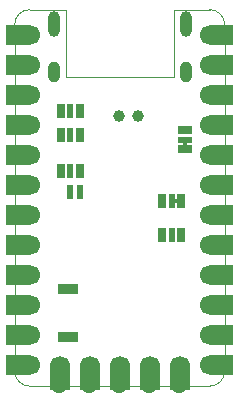
<source format=gbs>
G04 #@! TF.GenerationSoftware,KiCad,Pcbnew,8.0.0*
G04 #@! TF.CreationDate,2024-04-25T20:32:51+07:00*
G04 #@! TF.ProjectId,artemisia,61727465-6d69-4736-9961-2e6b69636164,2*
G04 #@! TF.SameCoordinates,Original*
G04 #@! TF.FileFunction,Soldermask,Bot*
G04 #@! TF.FilePolarity,Negative*
%FSLAX46Y46*%
G04 Gerber Fmt 4.6, Leading zero omitted, Abs format (unit mm)*
G04 Created by KiCad (PCBNEW 8.0.0) date 2024-04-25 20:32:51*
%MOMM*%
%LPD*%
G01*
G04 APERTURE LIST*
G04 Aperture macros list*
%AMFreePoly0*
4,1,5,0.300000,-0.600000,-0.300000,-0.600000,-0.300000,0.600000,0.300000,0.600000,0.300000,-0.600000,0.300000,-0.600000,$1*%
G04 Aperture macros list end*
%ADD10C,1.260000*%
%ADD11C,1.700000*%
%ADD12R,1.700000X2.000000*%
%ADD13R,2.000000X1.700000*%
%ADD14O,1.000000X2.200000*%
%ADD15O,1.000000X1.800000*%
%ADD16R,1.700000X0.900000*%
%ADD17C,1.000000*%
%ADD18FreePoly0,0.000000*%
%ADD19R,0.600000X1.200000*%
%ADD20FreePoly0,90.000000*%
%ADD21R,1.200000X0.600000*%
%ADD22FreePoly0,180.000000*%
G04 #@! TA.AperFunction,Profile*
%ADD23C,0.100000*%
G04 #@! TD*
G04 APERTURE END LIST*
G36*
X14250000Y-11150000D02*
G01*
X14550000Y-11150000D01*
X14550000Y-11650000D01*
X14250000Y-11650000D01*
X14250000Y-11150000D01*
G37*
G36*
X13450000Y-16350000D02*
G01*
X13950000Y-16350000D01*
X13950000Y-16050000D01*
X13450000Y-16050000D01*
X13450000Y-16350000D01*
G37*
D10*
X3780000Y-31862500D03*
D11*
X3810000Y-30162500D03*
D12*
X3810000Y-31162500D03*
D10*
X6320000Y-31862500D03*
D11*
X6350000Y-30162500D03*
D12*
X6350000Y-31162500D03*
D10*
X8860000Y-31862500D03*
D11*
X8890000Y-30162500D03*
D12*
X8890000Y-31162500D03*
D10*
X11400000Y-31862500D03*
D11*
X11430000Y-30162500D03*
D12*
X11430000Y-31162500D03*
D10*
X13940000Y-31862500D03*
D11*
X13970000Y-30162500D03*
D12*
X13970000Y-31162500D03*
D10*
X17910000Y-2146300D03*
D11*
X16510000Y-2146300D03*
D13*
X17510000Y-2146300D03*
D10*
X17910000Y-4686300D03*
D11*
X16510000Y-4686300D03*
D13*
X17510000Y-4686300D03*
D10*
X17910000Y-7226300D03*
D11*
X16510000Y-7226300D03*
D13*
X17510000Y-7226300D03*
D10*
X17910000Y-9766300D03*
D11*
X16510000Y-9766300D03*
D13*
X17510000Y-9766300D03*
D10*
X17910000Y-12306300D03*
D11*
X16510000Y-12306300D03*
D13*
X17510000Y-12306300D03*
D10*
X17910000Y-14846300D03*
D11*
X16510000Y-14846300D03*
D13*
X17510000Y-14846300D03*
D10*
X17910000Y-17386300D03*
D11*
X16510000Y-17386300D03*
D13*
X17510000Y-17386300D03*
D10*
X17910000Y-19926300D03*
D11*
X16510000Y-19926300D03*
D13*
X17510000Y-19926300D03*
D10*
X17910000Y-22466300D03*
D11*
X16510000Y-22466300D03*
D13*
X17510000Y-22466300D03*
D10*
X17910000Y-25006300D03*
D11*
X16510000Y-25006300D03*
D13*
X17510000Y-25006300D03*
D10*
X17910000Y-27546300D03*
D11*
X16510000Y-27546300D03*
D13*
X17510000Y-27546300D03*
D10*
X17910000Y-30086300D03*
D11*
X16510000Y-30086300D03*
D13*
X17510000Y-30086300D03*
D10*
X-130000Y-2146300D03*
D11*
X1270000Y-2146300D03*
D13*
X270000Y-2146300D03*
D10*
X-130000Y-4686300D03*
D11*
X1270000Y-4686300D03*
D13*
X270000Y-4686300D03*
D10*
X-130000Y-7226300D03*
D11*
X1270000Y-7226300D03*
D13*
X270000Y-7226300D03*
D10*
X-130000Y-9766300D03*
D11*
X1270000Y-9766300D03*
D13*
X270000Y-9766300D03*
D10*
X-130000Y-12306300D03*
D11*
X1270000Y-12306300D03*
D13*
X270000Y-12306300D03*
D10*
X-130000Y-14846300D03*
D11*
X1270000Y-14846300D03*
D13*
X270000Y-14846300D03*
D10*
X-130000Y-17386300D03*
D11*
X1270000Y-17386300D03*
D13*
X270000Y-17386300D03*
D10*
X-130000Y-19926300D03*
D11*
X1270000Y-19926300D03*
D13*
X270000Y-19926300D03*
D10*
X-130000Y-22466300D03*
D11*
X1270000Y-22466300D03*
D13*
X270000Y-22466300D03*
D10*
X-130000Y-25006300D03*
D11*
X1270000Y-25006300D03*
D13*
X270000Y-25006300D03*
D10*
X-130000Y-27546300D03*
D11*
X1270000Y-27546300D03*
D13*
X270000Y-27546300D03*
D10*
X-130000Y-30086300D03*
D11*
X1270000Y-30086300D03*
D13*
X270000Y-30086300D03*
D14*
X3328000Y-1250474D03*
D15*
X3328000Y-5250474D03*
D14*
X14478000Y-1250474D03*
D15*
X14478000Y-5250474D03*
D16*
X4500000Y-23650000D03*
X4500000Y-27750000D03*
D17*
X8800000Y-9000000D03*
D18*
X12500000Y-19100000D03*
D19*
X13300000Y-19100000D03*
D18*
X14100000Y-19100000D03*
D20*
X14400000Y-11800000D03*
D21*
X14400000Y-11000000D03*
D20*
X14400000Y-10200000D03*
D22*
X14100000Y-16200000D03*
D19*
X13300000Y-16200000D03*
D22*
X12500000Y-16200000D03*
D17*
X10400000Y-9000000D03*
D22*
X5500000Y-13700000D03*
D19*
X4700000Y-13700000D03*
D22*
X3900000Y-13700000D03*
X5500000Y-10600000D03*
D19*
X4700000Y-10600000D03*
D22*
X3900000Y-10600000D03*
X5500000Y-8600000D03*
D19*
X4700000Y-8600000D03*
D22*
X3900000Y-8600000D03*
D19*
X5500000Y-15400000D03*
X4700000Y-15400000D03*
D23*
X0Y-1270000D02*
X0Y-30607000D01*
X16510000Y0D02*
G75*
G02*
X17780000Y-1270000I0J-1270000D01*
G01*
X13462000Y-5711600D02*
X4318000Y-5711600D01*
X1270000Y-31877000D02*
G75*
G02*
X0Y-30607000I-3J1269997D01*
G01*
X0Y-1270000D02*
G75*
G02*
X1270000Y0I1270000J0D01*
G01*
X17780000Y-1270000D02*
X17780000Y-30607000D01*
X4318000Y-5711600D02*
X4318000Y0D01*
X13462000Y0D02*
X16510000Y0D01*
X1270000Y0D02*
X4318000Y0D01*
X1270000Y-31877000D02*
X16510000Y-31877000D01*
X13462000Y0D02*
X13462000Y-5711600D01*
X17780000Y-30607000D02*
G75*
G02*
X16510000Y-31877000I-1270000J0D01*
G01*
M02*

</source>
